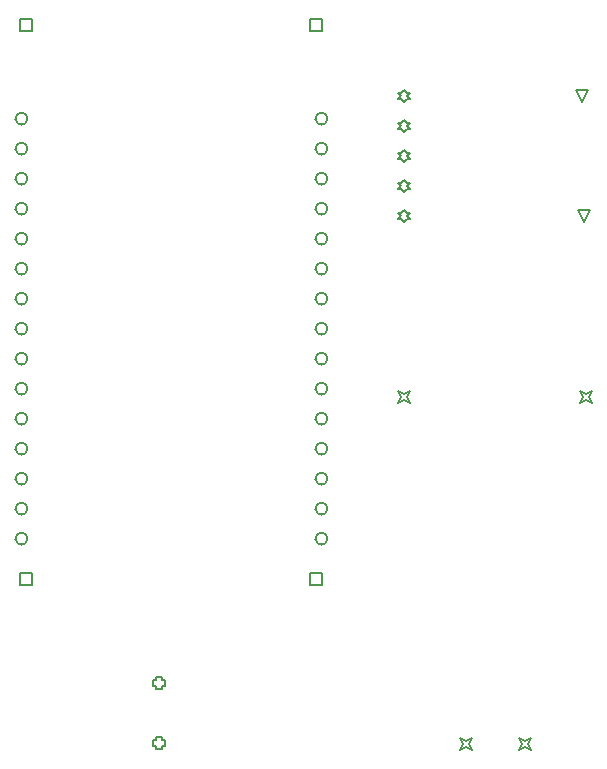
<source format=gbr>
%FSTAX23Y23*%
%MOIN*%
%SFA1B1*%

%IPPOS*%
%ADD35C,0.005000*%
%ADD47C,0.006667*%
G54D35*
X01236Y03699D02*
Y03739D01*
X01276*
Y03699*
X01236*
X02201D02*
Y03739D01*
X02241*
Y03699*
X02201*
Y0185D02*
Y0189D01*
X02241*
Y0185*
X02201*
X01236D02*
Y0189D01*
X01276*
Y0185*
X01236*
X0311Y0346D02*
X0309Y035D01*
X0313*
X0311Y0346*
X03115Y0306D02*
X03095Y031D01*
X03135*
X03115Y0306*
X02515D02*
X02525Y0307D01*
X02535*
X02525Y0308*
X02535Y0309*
X02525*
X02515Y031*
X02505Y0309*
X02495*
X02505Y0308*
X02495Y0307*
X02505*
X02515Y0306*
Y0316D02*
X02525Y0317D01*
X02535*
X02525Y0318*
X02535Y0319*
X02525*
X02515Y032*
X02505Y0319*
X02495*
X02505Y0318*
X02495Y0317*
X02505*
X02515Y0316*
Y0326D02*
X02525Y0327D01*
X02535*
X02525Y0328*
X02535Y0329*
X02525*
X02515Y033*
X02505Y0329*
X02495*
X02505Y0328*
X02495Y0327*
X02505*
X02515Y0326*
Y0336D02*
X02525Y0337D01*
X02535*
X02525Y0338*
X02535Y0339*
X02525*
X02515Y034*
X02505Y0339*
X02495*
X02505Y0338*
X02495Y0337*
X02505*
X02515Y0336*
Y0346D02*
X02525Y0347D01*
X02535*
X02525Y0348*
X02535Y0349*
X02525*
X02515Y035*
X02505Y0349*
X02495*
X02505Y0348*
X02495Y0347*
X02505*
X02515Y0346*
X02701Y01301D02*
X02711Y01321D01*
X02701Y01341*
X02721Y01331*
X02741Y01341*
X02731Y01321*
X02741Y01301*
X02721Y01311*
X02701Y01301*
X02898D02*
X02908Y01321D01*
X02898Y01341*
X02918Y01331*
X02938Y01341*
X02928Y01321*
X02938Y01301*
X02918Y01311*
X02898Y01301*
X02496Y02458D02*
X02506Y02478D01*
X02496Y02498*
X02516Y02488*
X02536Y02498*
X02526Y02478*
X02536Y02458*
X02516Y02468*
X02496Y02458*
X03103D02*
X03113Y02478D01*
X03103Y02498*
X03123Y02488*
X03143Y02498*
X03133Y02478*
X03143Y02458*
X03123Y02468*
X03103Y02458*
X0169Y01315D02*
Y01305D01*
X0171*
Y01315*
X0172*
Y01335*
X0171*
Y01345*
X0169*
Y01335*
X0168*
Y01315*
X0169*
Y01515D02*
Y01505D01*
X0171*
Y01515*
X0172*
Y01535*
X0171*
Y01545*
X0169*
Y01535*
X0168*
Y01515*
X0169*
G54D47*
X0226Y02005D02*
D01*
D01*
G75*
G03X0222I-00020J0D01*
G74*G01*
D01*
G75*
G03X0226I00020J0D01*
G74*G01*
Y02105D02*
D01*
D01*
G75*
G03X0222I-00020J0D01*
G74*G01*
D01*
G75*
G03X0226I00020J0D01*
G74*G01*
Y02205D02*
D01*
D01*
G75*
G03X0222I-00020J0D01*
G74*G01*
D01*
G75*
G03X0226I00020J0D01*
G74*G01*
Y02305D02*
D01*
D01*
G75*
G03X0222I-00020J0D01*
G74*G01*
D01*
G75*
G03X0226I00020J0D01*
G74*G01*
Y02405D02*
D01*
D01*
G75*
G03X0222I-00020J0D01*
G74*G01*
D01*
G75*
G03X0226I00020J0D01*
G74*G01*
Y02505D02*
D01*
D01*
G75*
G03X0222I-00020J0D01*
G74*G01*
D01*
G75*
G03X0226I00020J0D01*
G74*G01*
Y02605D02*
D01*
D01*
G75*
G03X0222I-00020J0D01*
G74*G01*
D01*
G75*
G03X0226I00020J0D01*
G74*G01*
Y02705D02*
D01*
D01*
G75*
G03X0222I-00020J0D01*
G74*G01*
D01*
G75*
G03X0226I00020J0D01*
G74*G01*
Y02805D02*
D01*
D01*
G75*
G03X0222I-00020J0D01*
G74*G01*
D01*
G75*
G03X0226I00020J0D01*
G74*G01*
Y02905D02*
D01*
D01*
G75*
G03X0222I-00020J0D01*
G74*G01*
D01*
G75*
G03X0226I00020J0D01*
G74*G01*
Y03005D02*
D01*
D01*
G75*
G03X0222I-00020J0D01*
G74*G01*
D01*
G75*
G03X0226I00020J0D01*
G74*G01*
Y03105D02*
D01*
D01*
G75*
G03X0222I-00020J0D01*
G74*G01*
D01*
G75*
G03X0226I00020J0D01*
G74*G01*
Y03205D02*
D01*
D01*
G75*
G03X0222I-00020J0D01*
G74*G01*
D01*
G75*
G03X0226I00020J0D01*
G74*G01*
Y03305D02*
D01*
D01*
G75*
G03X0222I-00020J0D01*
G74*G01*
D01*
G75*
G03X0226I00020J0D01*
G74*G01*
Y03405D02*
D01*
D01*
G75*
G03X0222I-00020J0D01*
G74*G01*
D01*
G75*
G03X0226I00020J0D01*
G74*G01*
X0126Y02005D02*
D01*
D01*
G75*
G03X0122I-00020J0D01*
G74*G01*
D01*
G75*
G03X0126I00020J0D01*
G74*G01*
Y02105D02*
D01*
D01*
G75*
G03X0122I-00020J0D01*
G74*G01*
D01*
G75*
G03X0126I00020J0D01*
G74*G01*
Y02205D02*
D01*
D01*
G75*
G03X0122I-00020J0D01*
G74*G01*
D01*
G75*
G03X0126I00020J0D01*
G74*G01*
Y02305D02*
D01*
D01*
G75*
G03X0122I-00020J0D01*
G74*G01*
D01*
G75*
G03X0126I00020J0D01*
G74*G01*
Y02405D02*
D01*
D01*
G75*
G03X0122I-00020J0D01*
G74*G01*
D01*
G75*
G03X0126I00020J0D01*
G74*G01*
Y02505D02*
D01*
D01*
G75*
G03X0122I-00020J0D01*
G74*G01*
D01*
G75*
G03X0126I00020J0D01*
G74*G01*
Y02605D02*
D01*
D01*
G75*
G03X0122I-00020J0D01*
G74*G01*
D01*
G75*
G03X0126I00020J0D01*
G74*G01*
Y02705D02*
D01*
D01*
G75*
G03X0122I-00020J0D01*
G74*G01*
D01*
G75*
G03X0126I00020J0D01*
G74*G01*
Y02805D02*
D01*
D01*
G75*
G03X0122I-00020J0D01*
G74*G01*
D01*
G75*
G03X0126I00020J0D01*
G74*G01*
Y02905D02*
D01*
D01*
G75*
G03X0122I-00020J0D01*
G74*G01*
D01*
G75*
G03X0126I00020J0D01*
G74*G01*
Y03005D02*
D01*
D01*
G75*
G03X0122I-00020J0D01*
G74*G01*
D01*
G75*
G03X0126I00020J0D01*
G74*G01*
Y03105D02*
D01*
D01*
G75*
G03X0122I-00020J0D01*
G74*G01*
D01*
G75*
G03X0126I00020J0D01*
G74*G01*
Y03205D02*
D01*
D01*
G75*
G03X0122I-00020J0D01*
G74*G01*
D01*
G75*
G03X0126I00020J0D01*
G74*G01*
Y03305D02*
D01*
D01*
G75*
G03X0122I-00020J0D01*
G74*G01*
D01*
G75*
G03X0126I00020J0D01*
G74*G01*
Y03405D02*
D01*
D01*
G75*
G03X0122I-00020J0D01*
G74*G01*
D01*
G75*
G03X0126I00020J0D01*
G74*G01*
M02*
</source>
